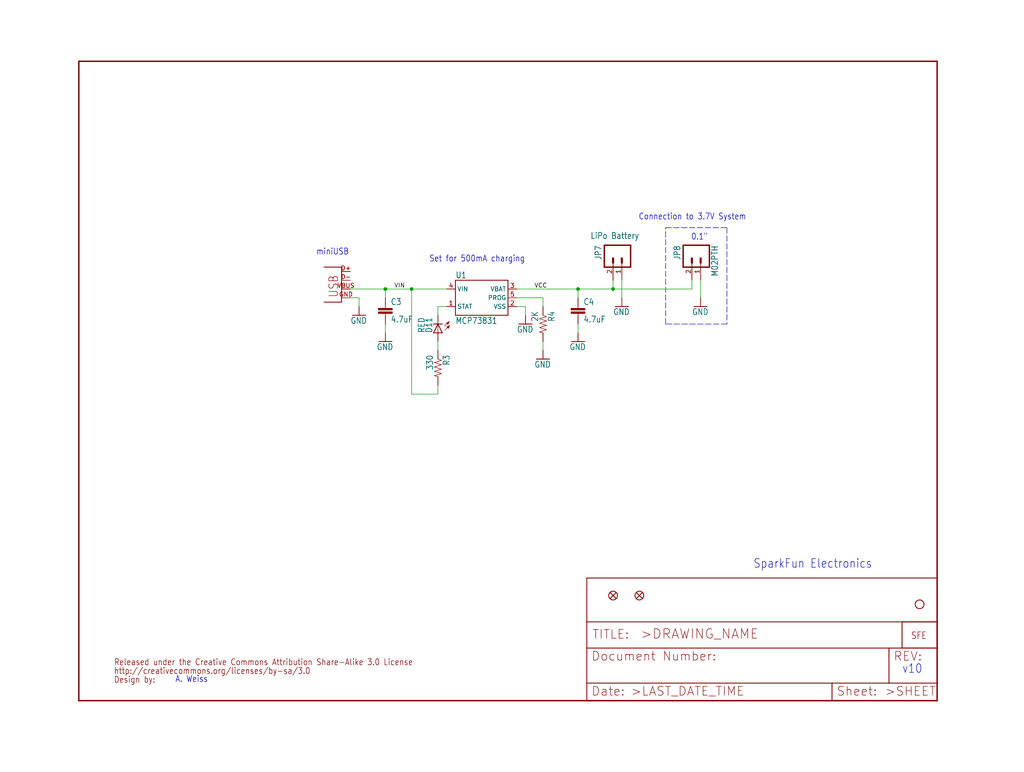
<source format=kicad_sch>
(kicad_sch (version 20211123) (generator eeschema)
  (paper "User" 297.002 223.926)
  (lib_symbols
    (symbol "eagleSchem-eagle-import:CAP0402-CAP"
      (property "Reference" "C" (at 1.524 2.921 0))
      (property "Value" "CAP0402-CAP" (at 1.524 -2.159 0))
      (symbol "CAP0402-CAP_1_0"
        (rectangle (start -2.032 0.508) (end 2.032 1.016) (fill (type outline)))
        (rectangle (start -2.032 1.524) (end 2.032 2.032) (fill (type outline)))
        (polyline (pts (xy 0 0) (xy 0 0.508)) (stroke (width 0.1524)))
        (polyline (pts (xy 0 2.54) (xy 0 2.032)) (stroke (width 0.1524)))
        (pin passive line (at 0 5.08 270) (length 2.54) (name "1") (number "1"))
        (pin passive line (at 0 -2.54 90) (length 2.54) (name "2") (number "2"))
      )
    )
    (symbol "eagleSchem-eagle-import:CREATIVE_COMMONS"
      (symbol "CREATIVE_COMMONS_1_0"
        (text "Design by:" (at 0 0 0) (effects (font (size 1.778 1.5113)) (justify left bottom)))
        (text "http://creativecommons.org/licenses/by-sa/3.0" (at 0 2.54 0) (effects (font (size 1.778 1.5113)) (justify left bottom)))
        (text "Released under the Creative Commons Attribution Share-Alike 3.0 License" (at 0 5.08 0) (effects (font (size 1.778 1.5113)) (justify left bottom)))
      )
    )
    (symbol "eagleSchem-eagle-import:FIDUCIAL1X2"
      (symbol "FIDUCIAL1X2_1_0"
        (polyline (pts (xy -0.762 0.762) (xy 0.762 -0.762)) (stroke (width 0.254)))
        (polyline (pts (xy 0.762 0.762) (xy -0.762 -0.762)) (stroke (width 0.254)))
        (circle (center 0 0) (radius 1.27) (stroke (width 0.254)))
      )
    )
    (symbol "eagleSchem-eagle-import:FRAME-LETTER"
      (symbol "FRAME-LETTER_1_0"
        (polyline (pts (xy 0 0) (xy 248.92 0)) (stroke (width 0.4064)))
        (polyline (pts (xy 0 185.42) (xy 0 0)) (stroke (width 0.4064)))
        (polyline (pts (xy 0 185.42) (xy 248.92 185.42)) (stroke (width 0.4064)))
        (polyline (pts (xy 248.92 185.42) (xy 248.92 0)) (stroke (width 0.4064)))
      )
      (symbol "FRAME-LETTER_2_0"
        (polyline (pts (xy 0 0) (xy 0 5.08)) (stroke (width 0.254)))
        (polyline (pts (xy 0 0) (xy 71.12 0)) (stroke (width 0.254)))
        (polyline (pts (xy 0 5.08) (xy 0 15.24)) (stroke (width 0.254)))
        (polyline (pts (xy 0 5.08) (xy 71.12 5.08)) (stroke (width 0.254)))
        (polyline (pts (xy 0 15.24) (xy 0 22.86)) (stroke (width 0.254)))
        (polyline (pts (xy 0 22.86) (xy 0 35.56)) (stroke (width 0.254)))
        (polyline (pts (xy 0 22.86) (xy 101.6 22.86)) (stroke (width 0.254)))
        (polyline (pts (xy 71.12 0) (xy 101.6 0)) (stroke (width 0.254)))
        (polyline (pts (xy 71.12 5.08) (xy 71.12 0)) (stroke (width 0.254)))
        (polyline (pts (xy 71.12 5.08) (xy 87.63 5.08)) (stroke (width 0.254)))
        (polyline (pts (xy 87.63 5.08) (xy 101.6 5.08)) (stroke (width 0.254)))
        (polyline (pts (xy 87.63 15.24) (xy 0 15.24)) (stroke (width 0.254)))
        (polyline (pts (xy 87.63 15.24) (xy 87.63 5.08)) (stroke (width 0.254)))
        (polyline (pts (xy 101.6 5.08) (xy 101.6 0)) (stroke (width 0.254)))
        (polyline (pts (xy 101.6 15.24) (xy 87.63 15.24)) (stroke (width 0.254)))
        (polyline (pts (xy 101.6 15.24) (xy 101.6 5.08)) (stroke (width 0.254)))
        (polyline (pts (xy 101.6 22.86) (xy 101.6 15.24)) (stroke (width 0.254)))
        (polyline (pts (xy 101.6 35.56) (xy 0 35.56)) (stroke (width 0.254)))
        (polyline (pts (xy 101.6 35.56) (xy 101.6 22.86)) (stroke (width 0.254)))
        (text ">DRAWING_NAME" (at 15.494 17.78 0) (effects (font (size 2.7432 2.7432)) (justify left bottom)))
        (text ">LAST_DATE_TIME" (at 12.7 1.27 0) (effects (font (size 2.54 2.54)) (justify left bottom)))
        (text ">SHEET" (at 86.36 1.27 0) (effects (font (size 2.54 2.54)) (justify left bottom)))
        (text "Date:" (at 1.27 1.27 0) (effects (font (size 2.54 2.54)) (justify left bottom)))
        (text "Document Number:" (at 1.27 11.43 0) (effects (font (size 2.54 2.54)) (justify left bottom)))
        (text "REV:" (at 88.9 11.43 0) (effects (font (size 2.54 2.54)) (justify left bottom)))
        (text "Sheet:" (at 72.39 1.27 0) (effects (font (size 2.54 2.54)) (justify left bottom)))
        (text "TITLE:" (at 1.524 17.78 0) (effects (font (size 2.54 2.54)) (justify left bottom)))
      )
    )
    (symbol "eagleSchem-eagle-import:GND" (power)
      (property "Value" "GND" (at -2.54 -2.54 0))
      (symbol "GND_1_0"
        (polyline (pts (xy -1.905 0) (xy 1.905 0)) (stroke (width 0.254)))
        (pin power_in line (at 0 2.54 270) (length 2.54) (name "GND") (number "1"))
      )
    )
    (symbol "eagleSchem-eagle-import:LED0603"
      (property "Reference" "LED" (at 3.556 -4.572 90))
      (property "Value" "LED0603" (at 5.715 -4.572 90))
      (symbol "LED0603_1_0"
        (polyline (pts (xy -2.032 -0.762) (xy -3.429 -2.159)) (stroke (width 0.1524)))
        (polyline (pts (xy -1.905 -1.905) (xy -3.302 -3.302)) (stroke (width 0.1524)))
        (polyline (pts (xy 0 -2.54) (xy -1.27 -2.54)) (stroke (width 0.254)))
        (polyline (pts (xy 0 -2.54) (xy -1.27 0)) (stroke (width 0.254)))
        (polyline (pts (xy 0 0) (xy -1.27 0)) (stroke (width 0.254)))
        (polyline (pts (xy 0 0) (xy 0 -2.54)) (stroke (width 0.1524)))
        (polyline (pts (xy 1.27 -2.54) (xy 0 -2.54)) (stroke (width 0.254)))
        (polyline (pts (xy 1.27 0) (xy 0 -2.54)) (stroke (width 0.254)))
        (polyline (pts (xy 1.27 0) (xy 0 0)) (stroke (width 0.254)))
        (polyline (pts (xy -3.429 -2.159) (xy -3.048 -1.27) (xy -2.54 -1.778)) (fill (type outline)))
        (polyline (pts (xy -3.302 -3.302) (xy -2.921 -2.413) (xy -2.413 -2.921)) (fill (type outline)))
        (pin passive line (at 0 2.54 270) (length 2.54) (name "A") (number "A"))
        (pin passive line (at 0 -5.08 90) (length 2.54) (name "C") (number "C"))
      )
    )
    (symbol "eagleSchem-eagle-import:LOGO-SFESK"
      (symbol "LOGO-SFESK_1_0"
        (polyline (pts (xy -2.54 -2.54) (xy 7.62 -2.54)) (stroke (width 0.254)))
        (polyline (pts (xy -2.54 5.08) (xy -2.54 -2.54)) (stroke (width 0.254)))
        (polyline (pts (xy 7.62 -2.54) (xy 7.62 5.08)) (stroke (width 0.254)))
        (polyline (pts (xy 7.62 5.08) (xy -2.54 5.08)) (stroke (width 0.254)))
        (text "SFE" (at 0 0 0) (effects (font (size 1.9304 1.6408)) (justify left bottom)))
      )
    )
    (symbol "eagleSchem-eagle-import:M02-JST-2MM-SMT"
      (property "Reference" "JP" (at -2.54 5.842 0))
      (property "Value" "M02-JST-2MM-SMT" (at -2.54 -5.08 0))
      (symbol "M02-JST-2MM-SMT_1_0"
        (polyline (pts (xy -2.54 5.08) (xy -2.54 -2.54)) (stroke (width 0.4064)))
        (polyline (pts (xy -2.54 5.08) (xy 3.81 5.08)) (stroke (width 0.4064)))
        (polyline (pts (xy 1.27 0) (xy 2.54 0)) (stroke (width 0.6096)))
        (polyline (pts (xy 1.27 2.54) (xy 2.54 2.54)) (stroke (width 0.6096)))
        (polyline (pts (xy 3.81 -2.54) (xy -2.54 -2.54)) (stroke (width 0.4064)))
        (polyline (pts (xy 3.81 -2.54) (xy 3.81 5.08)) (stroke (width 0.4064)))
        (pin passive line (at 7.62 0 180) (length 5.08) (name "1") (number "1"))
        (pin passive line (at 7.62 2.54 180) (length 5.08) (name "2") (number "2"))
      )
    )
    (symbol "eagleSchem-eagle-import:M02PTH"
      (property "Reference" "JP" (at -2.54 5.842 0))
      (property "Value" "M02PTH" (at -2.54 -5.08 0))
      (symbol "M02PTH_1_0"
        (polyline (pts (xy -2.54 5.08) (xy -2.54 -2.54)) (stroke (width 0.4064)))
        (polyline (pts (xy -2.54 5.08) (xy 3.81 5.08)) (stroke (width 0.4064)))
        (polyline (pts (xy 1.27 0) (xy 2.54 0)) (stroke (width 0.6096)))
        (polyline (pts (xy 1.27 2.54) (xy 2.54 2.54)) (stroke (width 0.6096)))
        (polyline (pts (xy 3.81 -2.54) (xy -2.54 -2.54)) (stroke (width 0.4064)))
        (polyline (pts (xy 3.81 -2.54) (xy 3.81 5.08)) (stroke (width 0.4064)))
        (pin passive line (at 7.62 0 180) (length 5.08) (name "1") (number "1"))
        (pin passive line (at 7.62 2.54 180) (length 5.08) (name "2") (number "2"))
      )
    )
    (symbol "eagleSchem-eagle-import:MCP73831"
      (property "Value" "MCP73831" (at -7.62 -7.62 0))
      (symbol "MCP73831_1_0"
        (polyline (pts (xy -7.62 -5.08) (xy -7.62 5.08)) (stroke (width 0.254)))
        (polyline (pts (xy -7.62 5.08) (xy 7.62 5.08)) (stroke (width 0.254)))
        (polyline (pts (xy 7.62 -5.08) (xy -7.62 -5.08)) (stroke (width 0.254)))
        (polyline (pts (xy 7.62 5.08) (xy 7.62 -5.08)) (stroke (width 0.254)))
        (pin output line (at -10.16 -2.54 0) (length 2.54) (name "STAT") (number "1"))
        (pin power_in line (at 10.16 -2.54 180) (length 2.54) (name "VSS") (number "2"))
        (pin power_in line (at 10.16 2.54 180) (length 2.54) (name "VBAT") (number "3"))
        (pin power_in line (at -10.16 2.54 0) (length 2.54) (name "VIN") (number "4"))
        (pin input line (at 10.16 0 180) (length 2.54) (name "PROG") (number "5"))
      )
    )
    (symbol "eagleSchem-eagle-import:RESISTOR0402-RES"
      (property "Reference" "R" (at -3.81 1.4986 0))
      (property "Value" "RESISTOR0402-RES" (at -3.81 -3.302 0))
      (symbol "RESISTOR0402-RES_1_0"
        (polyline (pts (xy -2.54 0) (xy -2.159 1.016)) (stroke (width 0.1524)))
        (polyline (pts (xy -2.159 1.016) (xy -1.524 -1.016)) (stroke (width 0.1524)))
        (polyline (pts (xy -1.524 -1.016) (xy -0.889 1.016)) (stroke (width 0.1524)))
        (polyline (pts (xy -0.889 1.016) (xy -0.254 -1.016)) (stroke (width 0.1524)))
        (polyline (pts (xy -0.254 -1.016) (xy 0.381 1.016)) (stroke (width 0.1524)))
        (polyline (pts (xy 0.381 1.016) (xy 1.016 -1.016)) (stroke (width 0.1524)))
        (polyline (pts (xy 1.016 -1.016) (xy 1.651 1.016)) (stroke (width 0.1524)))
        (polyline (pts (xy 1.651 1.016) (xy 2.286 -1.016)) (stroke (width 0.1524)))
        (polyline (pts (xy 2.286 -1.016) (xy 2.54 0)) (stroke (width 0.1524)))
        (pin passive line (at -5.08 0 0) (length 2.54) (name "1") (number "1"))
        (pin passive line (at 5.08 0 180) (length 2.54) (name "2") (number "2"))
      )
    )
    (symbol "eagleSchem-eagle-import:STAND-OFF"
      (symbol "STAND-OFF_1_0"
        (circle (center 0 0) (radius 1.27) (stroke (width 0.254)))
      )
    )
    (symbol "eagleSchem-eagle-import:USBSMD"
      (symbol "USBSMD_1_0"
        (polyline (pts (xy 0 -1.27) (xy 5.08 -1.27)) (stroke (width 0.254)))
        (polyline (pts (xy 0 8.89) (xy 0 -1.27)) (stroke (width 0.254)))
        (polyline (pts (xy 5.08 8.89) (xy 0 8.89)) (stroke (width 0.254)))
        (text "USB" (at 3.81 0 900) (effects (font (size 2.54 2.159)) (justify left bottom)))
        (pin bidirectional line (at -2.54 7.62 0) (length 2.54) (name "D+") (number "D+"))
        (pin bidirectional line (at -2.54 5.08 0) (length 2.54) (name "D-") (number "D-"))
        (pin bidirectional line (at -2.54 0 0) (length 2.54) (name "GND") (number "GND"))
        (pin bidirectional line (at -2.54 2.54 0) (length 2.54) (name "VBUS") (number "VBUS"))
      )
    )
  )
  (junction (at 111.76 83.82))
  (junction (at 167.64 83.82))
  (junction (at 177.8 83.82))
  (junction (at 119.38 83.82))
  (wire (pts (xy 101.6 86.36) (xy 104.14 86.36)))
  (wire (pts (xy 119.38 83.82) (xy 129.54 83.82)))
  (wire (pts (xy 149.86 86.36) (xy 157.48 86.36)))
  (wire (pts (xy 104.14 86.36) (xy 104.14 88.9)))
  (wire (pts (xy 203.2 81.28) (xy 203.2 86.36)))
  (wire (pts (xy 127 88.9) (xy 127 91.44)))
  (polyline (pts (xy 210.82 66.04) (xy 210.82 93.98)))
  (wire (pts (xy 111.76 96.52) (xy 111.76 93.98)))
  (wire (pts (xy 101.6 83.82) (xy 111.76 83.82)))
  (wire (pts (xy 127 111.76) (xy 127 114.3)))
  (wire (pts (xy 127 101.6) (xy 127 99.06)))
  (wire (pts (xy 157.48 101.6) (xy 157.48 99.06)))
  (wire (pts (xy 167.64 86.36) (xy 167.64 83.82)))
  (wire (pts (xy 152.4 88.9) (xy 152.4 91.44)))
  (polyline (pts (xy 210.82 93.98) (xy 193.04 93.98)))
  (wire (pts (xy 149.86 88.9) (xy 152.4 88.9)))
  (wire (pts (xy 177.8 83.82) (xy 200.66 83.82)))
  (polyline (pts (xy 193.04 93.98) (xy 193.04 66.04)))
  (wire (pts (xy 180.34 81.28) (xy 180.34 86.36)))
  (wire (pts (xy 119.38 114.3) (xy 119.38 83.82)))
  (wire (pts (xy 111.76 83.82) (xy 119.38 83.82)))
  (wire (pts (xy 200.66 81.28) (xy 200.66 83.82)))
  (wire (pts (xy 111.76 86.36) (xy 111.76 83.82)))
  (polyline (pts (xy 193.04 66.04) (xy 210.82 66.04)))
  (wire (pts (xy 167.64 96.52) (xy 167.64 93.98)))
  (wire (pts (xy 177.8 81.28) (xy 177.8 83.82)))
  (wire (pts (xy 127 114.3) (xy 119.38 114.3)))
  (wire (pts (xy 157.48 86.36) (xy 157.48 88.9)))
  (wire (pts (xy 167.64 83.82) (xy 177.8 83.82)))
  (wire (pts (xy 149.86 83.82) (xy 167.64 83.82)))
  (wire (pts (xy 129.54 88.9) (xy 127 88.9)))
  (text "0.1\"" (at 200.406 69.85 180) (effects (font (size 1.778 1.5113)) (justify left bottom)))
  (text "Connection to 3.7V System" (at 185.166 64.008 180) (effects (font (size 1.778 1.5113)) (justify left bottom)))
  (text "SparkFun Electronics" (at 218.44 165.1 180) (effects (font (size 2.54 2.159)) (justify left bottom)))
  (text "miniUSB" (at 91.694 74.168 180) (effects (font (size 1.778 1.5113)) (justify left bottom)))
  (text "A. Weiss" (at 50.8 198.12 180) (effects (font (size 1.778 1.5113)) (justify left bottom)))
  (text "v10" (at 261.62 195.58 180) (effects (font (size 2.54 2.159)) (justify left bottom)))
  (text "Set for 500mA charging" (at 124.46 76.2 180) (effects (font (size 1.778 1.5113)) (justify left bottom)))
  (label "VIN" (at 114.3 83.82 0) (effects (font (size 1.2446 1.2446))))
  (label "VCC" (at 154.94 83.82 0) (effects (font (size 1.2446 1.2446))))
  (symbol (lib_id "eagleSchem-eagle-import:GND") (at 152.4 93.98 0) (unit 1)
    (property "Reference" "#GND18" (effects hide))
    (property "Value" "GND" (at 149.86 96.52 0) (effects (font (size 1.778 1.5113)) (justify left bottom)))
    (property "Footprint" "eagleSchem:" (effects hide))
  )
  (symbol (lib_id "eagleSchem-eagle-import:GND") (at 104.14 91.44 0) (unit 1)
    (property "Reference" "#GND15" (effects hide))
    (property "Value" "GND" (at 101.6 93.98 0) (effects (font (size 1.778 1.5113)) (justify left bottom)))
    (property "Footprint" "eagleSchem:" (effects hide))
  )
  (symbol (lib_id "eagleSchem-eagle-import:STAND-OFF") (at 266.7 175.26 0) (unit 1)
    (property "Reference" "JP2" (effects hide))
    (property "Value" "STAND-OFF" (effects hide))
    (property "Footprint" "eagleSchem:STAND-OFF" (effects hide))
  )
  (symbol (lib_id "eagleSchem-eagle-import:USBSMD") (at 99.06 86.36 0) (mirror y) (unit 1)
    (property "Reference" "X1" (effects hide))
    (property "Value" "Micro USB" (effects hide))
    (property "Footprint" "eagleSchem:USB-MINIB" (effects hide))
  )
  (symbol (lib_id "eagleSchem-eagle-import:CREATIVE_COMMONS") (at 33.02 198.12 0) (unit 1)
    (property "Reference" "U$1" (effects hide))
    (property "Value" "CREATIVE_COMMONS" (effects hide))
    (property "Footprint" "eagleSchem:CREATIVE_COMMONS" (effects hide))
  )
  (symbol (lib_id "eagleSchem-eagle-import:M02PTH") (at 203.2 73.66 90) (mirror x) (unit 1)
    (property "Reference" "JP8" (at 197.358 71.12 0) (effects (font (size 1.778 1.5113)) (justify left bottom)))
    (property "Value" "M02PTH" (at 208.28 71.12 0) (effects (font (size 1.778 1.5113)) (justify left bottom)))
    (property "Footprint" "eagleSchem:1X02" (effects hide))
  )
  (symbol (lib_id "eagleSchem-eagle-import:FRAME-LETTER") (at 170.18 203.2 0) (unit 2)
    (property "Reference" "#FRAME1" (effects hide))
    (property "Value" "FRAME-LETTER" (effects hide))
    (property "Footprint" "eagleSchem:" (effects hide))
  )
  (symbol (lib_id "eagleSchem-eagle-import:GND") (at 167.64 99.06 0) (unit 1)
    (property "Reference" "#GND14" (effects hide))
    (property "Value" "GND" (at 165.1 101.6 0) (effects (font (size 1.778 1.5113)) (justify left bottom)))
    (property "Footprint" "eagleSchem:" (effects hide))
  )
  (symbol (lib_id "eagleSchem-eagle-import:LOGO-SFESK") (at 264.16 185.42 0) (unit 1)
    (property "Reference" "JP1" (effects hide))
    (property "Value" "LOGO-SFESK" (effects hide))
    (property "Footprint" "eagleSchem:SFE-LOGO-FLAME" (effects hide))
  )
  (symbol (lib_id "eagleSchem-eagle-import:FIDUCIAL1X2") (at 185.42 172.72 0) (unit 1)
    (property "Reference" "JP3" (effects hide))
    (property "Value" "FIDUCIAL1X2" (effects hide))
    (property "Footprint" "eagleSchem:FIDUCIAL-1X2" (effects hide))
  )
  (symbol (lib_id "eagleSchem-eagle-import:FIDUCIAL1X2") (at 177.8 172.72 0) (unit 1)
    (property "Reference" "JP4" (effects hide))
    (property "Value" "FIDUCIAL1X2" (effects hide))
    (property "Footprint" "eagleSchem:FIDUCIAL-1X2" (effects hide))
  )
  (symbol (lib_id "eagleSchem-eagle-import:M02-JST-2MM-SMT") (at 180.34 73.66 90) (mirror x) (unit 1)
    (property "Reference" "JP7" (at 174.498 71.12 0) (effects (font (size 1.778 1.5113)) (justify left bottom)))
    (property "Value" "LiPo Battery" (at 185.42 69.342 90) (effects (font (size 1.778 1.5113)) (justify left bottom)))
    (property "Footprint" "eagleSchem:JST-2-SMD" (effects hide))
  )
  (symbol (lib_id "eagleSchem-eagle-import:CAP0402-CAP") (at 111.76 91.44 0) (unit 1)
    (property "Reference" "C3" (at 113.284 88.519 0) (effects (font (size 1.778 1.5113)) (justify left bottom)))
    (property "Value" "4.7uF" (at 113.284 93.599 0) (effects (font (size 1.778 1.5113)) (justify left bottom)))
    (property "Footprint" "eagleSchem:0402-CAP" (effects hide))
  )
  (symbol (lib_id "eagleSchem-eagle-import:MCP73831") (at 139.7 86.36 0) (unit 1)
    (property "Reference" "U1" (at 132.08 80.772 0) (effects (font (size 1.778 1.5113)) (justify left bottom)))
    (property "Value" "MCP73831" (at 132.08 93.98 0) (effects (font (size 1.778 1.5113)) (justify left bottom)))
    (property "Footprint" "eagleSchem:SOT23-5" (effects hide))
  )
  (symbol (lib_id "eagleSchem-eagle-import:GND") (at 180.34 88.9 0) (unit 1)
    (property "Reference" "#GND1" (effects hide))
    (property "Value" "GND" (at 177.8 91.44 0) (effects (font (size 1.778 1.5113)) (justify left bottom)))
    (property "Footprint" "eagleSchem:" (effects hide))
  )
  (symbol (lib_id "eagleSchem-eagle-import:FRAME-LETTER") (at 22.86 203.2 0) (unit 1)
    (property "Reference" "#FRAME1" (effects hide))
    (property "Value" "FRAME-LETTER" (effects hide))
    (property "Footprint" "eagleSchem:" (effects hide))
  )
  (symbol (lib_id "eagleSchem-eagle-import:GND") (at 157.48 104.14 0) (unit 1)
    (property "Reference" "#GND19" (effects hide))
    (property "Value" "GND" (at 154.94 106.68 0) (effects (font (size 1.778 1.5113)) (justify left bottom)))
    (property "Footprint" "eagleSchem:" (effects hide))
  )
  (symbol (lib_id "eagleSchem-eagle-import:RESISTOR0402-RES") (at 127 106.68 270) (unit 1)
    (property "Reference" "R3" (at 128.4986 102.87 0) (effects (font (size 1.778 1.5113)) (justify left bottom)))
    (property "Value" "330" (at 123.698 102.87 0) (effects (font (size 1.778 1.5113)) (justify left bottom)))
    (property "Footprint" "eagleSchem:0402-RES" (effects hide))
  )
  (symbol (lib_id "eagleSchem-eagle-import:RESISTOR0402-RES") (at 157.48 93.98 270) (unit 1)
    (property "Reference" "R4" (at 158.9786 90.17 0) (effects (font (size 1.778 1.5113)) (justify left bottom)))
    (property "Value" "2K" (at 154.178 90.17 0) (effects (font (size 1.778 1.5113)) (justify left bottom)))
    (property "Footprint" "eagleSchem:0402-RES" (effects hide))
  )
  (symbol (lib_id "eagleSchem-eagle-import:GND") (at 111.76 99.06 0) (unit 1)
    (property "Reference" "#GND17" (effects hide))
    (property "Value" "GND" (at 109.22 101.6 0) (effects (font (size 1.778 1.5113)) (justify left bottom)))
    (property "Footprint" "eagleSchem:" (effects hide))
  )
  (symbol (lib_id "eagleSchem-eagle-import:LED0603") (at 127 96.52 180) (unit 1)
    (property "Reference" "D11" (at 123.444 91.948 90) (effects (font (size 1.778 1.5113)) (justify left bottom)))
    (property "Value" "RED" (at 121.285 91.948 90) (effects (font (size 1.778 1.5113)) (justify left bottom)))
    (property "Footprint" "eagleSchem:LED-0603" (effects hide))
  )
  (symbol (lib_id "eagleSchem-eagle-import:GND") (at 203.2 88.9 0) (unit 1)
    (property "Reference" "#GND2" (effects hide))
    (property "Value" "GND" (at 200.66 91.44 0) (effects (font (size 1.778 1.5113)) (justify left bottom)))
    (property "Footprint" "eagleSchem:" (effects hide))
  )
  (symbol (lib_id "eagleSchem-eagle-import:CAP0402-CAP") (at 167.64 91.44 0) (unit 1)
    (property "Reference" "C4" (at 169.164 88.519 0) (effects (font (size 1.778 1.5113)) (justify left bottom)))
    (property "Value" "4.7uF" (at 169.164 93.599 0) (effects (font (size 1.778 1.5113)) (justify left bottom)))
    (property "Footprint" "eagleSchem:0402-CAP" (effects hide))
  )
)
</source>
